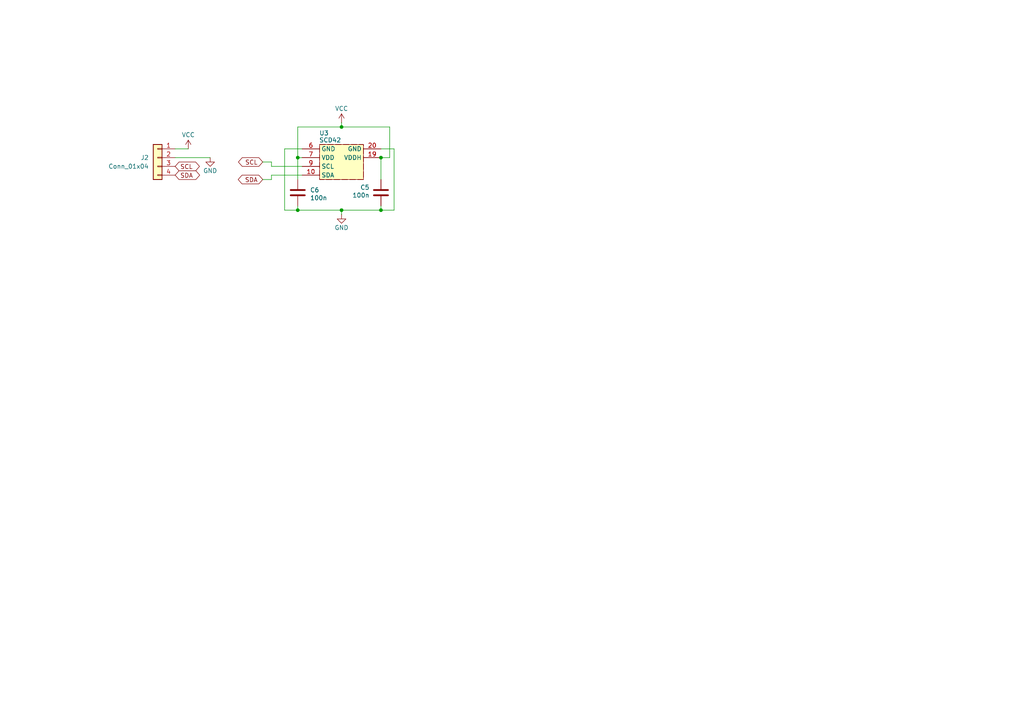
<source format=kicad_sch>
(kicad_sch (version 20250114) (generator "eeschema") (generator_version "9.0")
  (paper "A4")
  (lib_symbols
    (symbol "Connector_Generic:Conn_01x04" (pin_names (offset 1.016) (hide yes))
      (property "Reference" "J" (at 0 5.08 0))
      (property "Value" "Conn_01x04" (at 0 -7.62 0))
      (symbol "Conn_01x04_1_1"
        (rectangle (start -1.27 3.81) (end 1.27 -6.35) (stroke (width 0.254)) (fill (type background)))
        (rectangle (start -1.27 2.667) (end 0 2.413) (stroke (width 0.1524)))
        (rectangle (start -1.27 0.127) (end 0 -0.127) (stroke (width 0.1524)))
        (rectangle (start -1.27 -2.413) (end 0 -2.667) (stroke (width 0.1524)))
        (rectangle (start -1.27 -4.953) (end 0 -5.207) (stroke (width 0.1524)))
        (pin passive line (at -5.08 2.54 0) (length 3.81) (name "Pin_1") (number "1"))
        (pin passive line (at -5.08 0 0) (length 3.81) (name "Pin_2") (number "2"))
        (pin passive line (at -5.08 -2.54 0) (length 3.81) (name "Pin_3") (number "3"))
        (pin passive line (at -5.08 -5.08 0) (length 3.81) (name "Pin_4") (number "4"))
      )
    )
    (symbol "Device:C" (pin_numbers (hide yes)) (pin_names (offset 0.254))
      (property "Reference" "C" (at 0.635 2.54 0))
      (property "Value" "C" (at 0.635 -2.54 0))
      (symbol "C_0_1"
        (polyline (pts (xy -2.032 0.762) (xy 2.032 0.762)) (stroke (width 0.508)))
        (polyline (pts (xy -2.032 -0.762) (xy 2.032 -0.762)) (stroke (width 0.508)))
      )
      (symbol "C_1_1"
        (pin passive line (at 0 3.81 270) (length 2.794) (name "~") (number "1"))
        (pin passive line (at 0 -3.81 90) (length 2.794) (name "~") (number "2"))
      )
    )
    (symbol "M5Stamp:SCD42"
      (property "Reference" "U" (at -5.334 8.382 0))
      (property "Value" "SCD42" (at -3.048 6.35 0))
      (symbol "SCD42_0_1"
        (rectangle (start -6.35 5.08) (end 6.35 -5.08))
      )
      (symbol "SCD42_1_1"
        (rectangle (start -6.35 5.08) (end 6.35 -5.08) (stroke (width 0) (type dash)) (fill (type background)))
        (pin power_in line (at -11.43 3.81 0) (length 5.08) (name "GND") (number "6"))
        (pin power_in line (at -11.43 1.27 0) (length 5.08) (name "VDD") (number "7"))
        (pin input line (at -11.43 -1.27 0) (length 5.08) (name "SCL") (number "9"))
        (pin bidirectional line (at -11.43 -3.81 0) (length 5.08) (name "SDA") (number "10"))
        (pin power_in line (at 11.43 3.81 180) (length 5.08) (name "GND") (number "20"))
        (pin power_in line (at 11.43 1.27 180) (length 5.08) (name "VDDH") (number "19"))
      )
    )
    (symbol "power:GND" (power) (pin_numbers (hide yes)) (pin_names (offset 0) (hide yes))
      (property "Value" "GND" (at 0 -3.81 0))
      (symbol "GND_0_1"
        (polyline (pts (xy 0 0) (xy 0 -1.27) (xy 1.27 -1.27) (xy 0 -2.54) (xy -1.27 -1.27) (xy 0 -1.27)))
      )
      (symbol "GND_1_1"
        (pin power_in line (at 0 0 270) (length 0) (name "~") (number "1"))
      )
    )
    (symbol "power:VCC" (power) (pin_numbers (hide yes)) (pin_names (offset 0) (hide yes))
      (property "Value" "VCC" (at 0 3.556 0))
      (symbol "VCC_0_1"
        (polyline (pts (xy -0.762 1.27) (xy 0 2.54)))
        (polyline (pts (xy 0 2.54) (xy 0.762 1.27)))
        (polyline (pts (xy 0 0) (xy 0 2.54)))
      )
      (symbol "VCC_1_1"
        (pin power_in line (at 0 0 90) (length 0) (name "~") (number "1"))
      )
    )
  )
  (junction (at 99.06 36.83))
  (junction (at 110.49 45.72))
  (junction (at 86.36 60.96))
  (junction (at 110.49 60.96))
  (junction (at 86.36 45.72))
  (junction (at 99.06 60.96))
  (wire (pts (xy 82.55 60.96) (xy 86.36 60.96)))
  (wire (pts (xy 78.74 52.07) (xy 78.74 50.8)))
  (wire (pts (xy 76.2 52.07) (xy 78.74 52.07)))
  (wire (pts (xy 114.3 60.96) (xy 114.3 43.18)))
  (wire (pts (xy 99.06 35.56) (xy 99.06 36.83)))
  (wire (pts (xy 110.49 60.96) (xy 114.3 60.96)))
  (wire (pts (xy 86.36 45.72) (xy 86.36 36.83)))
  (wire (pts (xy 82.55 43.18) (xy 82.55 60.96)))
  (wire (pts (xy 50.8 43.18) (xy 54.61 43.18)))
  (wire (pts (xy 78.74 46.99) (xy 78.74 48.26)))
  (wire (pts (xy 86.36 45.72) (xy 86.36 52.07)))
  (wire (pts (xy 86.36 60.96) (xy 86.36 59.69)))
  (wire (pts (xy 99.06 60.96) (xy 99.06 62.23)))
  (wire (pts (xy 76.2 46.99) (xy 78.74 46.99)))
  (wire (pts (xy 78.74 48.26) (xy 87.63 48.26)))
  (wire (pts (xy 82.55 43.18) (xy 87.63 43.18)))
  (wire (pts (xy 50.8 45.72) (xy 60.96 45.72)))
  (wire (pts (xy 113.03 45.72) (xy 110.49 45.72)))
  (wire (pts (xy 113.03 36.83) (xy 113.03 45.72)))
  (wire (pts (xy 99.06 60.96) (xy 110.49 60.96)))
  (wire (pts (xy 78.74 50.8) (xy 87.63 50.8)))
  (wire (pts (xy 99.06 36.83) (xy 113.03 36.83)))
  (wire (pts (xy 86.36 60.96) (xy 99.06 60.96)))
  (wire (pts (xy 110.49 60.96) (xy 110.49 59.69)))
  (wire (pts (xy 110.49 43.18) (xy 114.3 43.18)))
  (wire (pts (xy 87.63 45.72) (xy 86.36 45.72)))
  (wire (pts (xy 110.49 45.72) (xy 110.49 52.07)))
  (wire (pts (xy 86.36 36.83) (xy 99.06 36.83)))
  (global_label "SCL" (shape bidirectional) (at 76.2 46.99 180) (property "Intersheetrefs" "${INTERSHEET_REFS}" (effects (hide yes))))
  (global_label "SDA" (shape bidirectional) (at 50.8 50.8 0) (property "Intersheetrefs" "${INTERSHEET_REFS}" (effects (hide yes))))
  (global_label "SDA" (shape bidirectional) (at 76.2 52.07 180) (property "Intersheetrefs" "${INTERSHEET_REFS}" (effects (hide yes))))
  (global_label "SCL" (shape bidirectional) (at 50.8 48.26 0) (property "Intersheetrefs" "${INTERSHEET_REFS}" (effects (hide yes))))
  (symbol (lib_id "Connector_Generic:Conn_01x04") (at 45.72 45.72 0) (mirror y) (unit 1)
    (property "Reference" "J2" (at 43.18 45.7199 0) (effects (justify left)))
    (property "Value" "Conn_01x04" (at 43.18 48.2599 0) (effects (justify left)))
    (property "Footprint" "Connector_PinHeader_1.00mm:PinHeader_1x04_P1.00mm_Vertical_SMD_Pin1Right" (effects (hide yes)))
    (property "Description" "Generic connector, single row, 01x04, script generated (kicad-library-utils/schlib/autogen/connector/)" (effects (hide yes)))
  )
  (symbol (lib_id "Device:C") (at 110.49 55.88 0) (unit 1)
    (property "Reference" "C5" (at 107.188 54.356 0) (effects (justify right)))
    (property "Value" "100n" (at 107.188 56.642 0) (effects (justify right)))
    (property "Footprint" "Library:C0805F104K1RACAUTO" (effects (hide yes)))
    (property "Description" "Unpolarized capacitor" (effects (hide yes)))
  )
  (symbol (lib_id "power:GND") (at 99.06 62.23 0) (unit 1)
    (property "Reference" "#PWR03" (effects (hide yes)))
    (property "Value" "GND" (at 99.06 66.04 0))
    (property "Description" "Power symbol creates a global label with name \"GND\" , ground" (effects (hide yes)))
  )
  (symbol (lib_id "power:GND") (at 60.96 45.72 0) (unit 1)
    (property "Reference" "#PWR028" (effects (hide yes)))
    (property "Value" "GND" (at 60.96 49.53 0))
    (property "Description" "Power symbol creates a global label with name \"GND\" , ground" (effects (hide yes)))
  )
  (symbol (lib_id "power:VCC") (at 54.61 43.18 0) (unit 1)
    (property "Reference" "#PWR029" (effects (hide yes)))
    (property "Value" "VCC" (at 54.61 39.116 0))
    (property "Description" "Power symbol creates a global label with name \"VCC\"" (effects (hide yes)))
  )
  (symbol (lib_id "power:VCC") (at 99.06 35.56 0) (unit 1)
    (property "Reference" "#PWR06" (effects (hide yes)))
    (property "Value" "VCC" (at 99.06 31.496 0))
    (property "Description" "Power symbol creates a global label with name \"VCC\"" (effects (hide yes)))
  )
  (symbol (lib_id "M5Stamp:SCD42") (at 99.06 46.99 0) (unit 1)
    (property "Reference" "U3" (at 93.98 38.608 0))
    (property "Value" "SCD42" (at 95.758 40.64 0))
    (property "Footprint" "Library:SCD42_SEN" (effects (hide yes)))
  )
  (symbol (lib_id "Device:C") (at 86.36 55.88 0) (unit 1)
    (property "Reference" "C6" (at 89.916 55.118 0) (effects (justify left)))
    (property "Value" "100n" (at 89.916 57.404 0) (effects (justify left)))
    (property "Footprint" "Library:C0805F104K1RACAUTO" (effects (hide yes)))
    (property "Description" "Unpolarized capacitor" (effects (hide yes)))
  )
)
</source>
